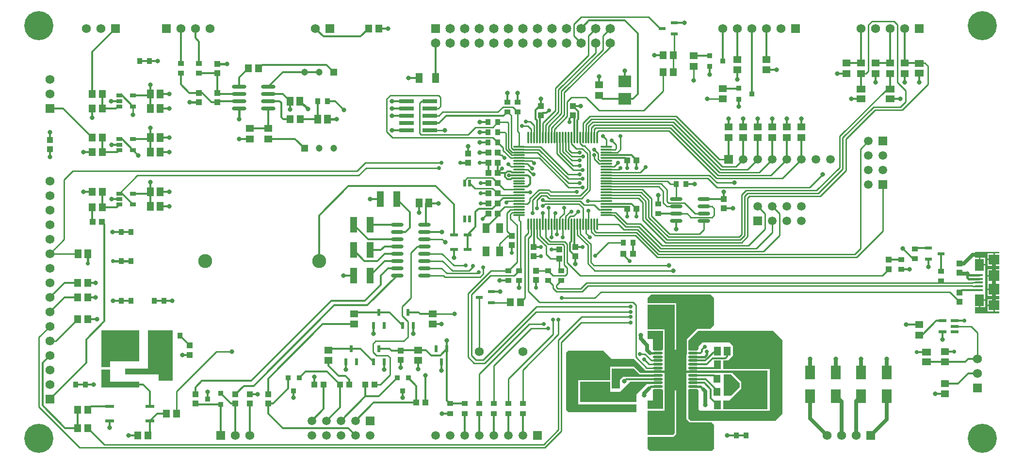
<source format=gtl>
G04 Layer_Physical_Order=1*
G04 Layer_Color=255*
%FSLAX25Y25*%
%MOIN*%
G70*
G01*
G75*
%ADD10R,0.03937X0.03543*%
%ADD11R,0.03937X0.03937*%
%ADD12R,0.05118X0.05906*%
%ADD13R,0.04724X0.05512*%
%ADD14R,0.05512X0.04724*%
%ADD15R,0.03543X0.03937*%
%ADD16O,0.09843X0.02756*%
%ADD17R,0.05906X0.02362*%
%ADD18R,0.05906X0.05118*%
%ADD19R,0.05118X0.07087*%
%ADD20R,0.03200X0.03200*%
%ADD21R,0.03200X0.03200*%
%ADD22R,0.03937X0.03937*%
%ADD23R,0.04331X0.02559*%
%ADD24R,0.04528X0.02362*%
%ADD25R,0.07480X0.07087*%
%ADD26R,0.05315X0.01575*%
%ADD27R,0.06299X0.08268*%
%ADD28R,0.07480X0.07480*%
%ADD29R,0.03937X0.04331*%
%ADD30R,0.05118X0.10630*%
%ADD31R,0.05118X0.02362*%
%ADD32R,0.08661X0.07874*%
%ADD33R,0.05709X0.02165*%
%ADD34R,0.02362X0.04724*%
%ADD35R,0.04724X0.07087*%
%ADD36O,0.08661X0.02362*%
%ADD37R,0.02362X0.04528*%
%ADD38R,0.04331X0.03937*%
%ADD39O,0.08268X0.01181*%
%ADD40O,0.01181X0.08268*%
%ADD41R,0.11811X0.17008*%
%ADD42O,0.07087X0.01772*%
%ADD43R,0.10630X0.05512*%
%ADD44R,0.06299X0.13780*%
%ADD45R,0.03740X0.03543*%
%ADD46R,0.03740X0.03543*%
%ADD47R,0.09449X0.03937*%
%ADD48R,0.09449X0.12992*%
%ADD49R,0.05709X0.02165*%
%ADD50R,0.05709X0.02165*%
%ADD51R,0.09843X0.02953*%
%ADD52R,0.07087X0.09449*%
%ADD53C,0.01500*%
%ADD54C,0.01200*%
%ADD55C,0.01000*%
%ADD56C,0.02500*%
%ADD57C,0.01700*%
%ADD58C,0.04724*%
%ADD59R,0.04724X0.04724*%
%ADD60C,0.06496*%
%ADD61R,0.06496X0.06496*%
%ADD62C,0.09646*%
%ADD63R,0.05906X0.05906*%
%ADD64C,0.05906*%
%ADD65C,0.20000*%
%ADD66C,0.02800*%
%ADD67R,0.05906X0.05906*%
%ADD68R,0.06200X0.06200*%
%ADD69C,0.06200*%
%ADD70R,0.06200X0.06200*%
%ADD71C,0.03201*%
%ADD72C,0.03200*%
G36*
X652500Y100109D02*
X649332D01*
Y95866D01*
Y91623D01*
X652500D01*
Y89283D01*
X649332D01*
Y84842D01*
X648832D01*
Y84342D01*
X644391D01*
Y80402D01*
X644391Y80402D01*
X644391Y79834D01*
X644391D01*
Y75894D01*
X648832D01*
Y75394D01*
X649332D01*
Y70954D01*
X652500D01*
Y68613D01*
X649332D01*
Y64370D01*
Y60127D01*
X652500D01*
Y58900D01*
X635800D01*
Y63080D01*
X638292D01*
Y67913D01*
X638792D01*
Y68413D01*
X642642D01*
Y72747D01*
X642600D01*
Y87489D01*
X642642D01*
Y91823D01*
X638792D01*
Y92323D01*
X638292D01*
Y97157D01*
X635800D01*
Y101300D01*
X652500D01*
Y100109D01*
D02*
G37*
G36*
X421300Y34100D02*
X414300D01*
Y41200D01*
X410600D01*
Y46800D01*
X421300D01*
Y34100D01*
D02*
G37*
G36*
X456500Y69500D02*
Y50900D01*
X453900Y48300D01*
X444700D01*
X437596Y41196D01*
X437500Y19600D01*
X493200D01*
Y-7000D01*
X462700D01*
Y-1000D01*
X467100D01*
X475200Y7100D01*
Y11800D01*
X469200Y17800D01*
X437500D01*
Y-14100D01*
X439600Y-16200D01*
X454600D01*
X456400Y-18000D01*
Y-34000D01*
X454700Y-35700D01*
X412100D01*
X410600Y-34200D01*
Y-26100D01*
X428400D01*
X430500Y-24000D01*
Y6000D01*
X429500D01*
Y-23400D01*
X428000Y-24900D01*
X410600D01*
Y-8000D01*
X422500D01*
Y17800D01*
X405900D01*
X401500Y22200D01*
X385000D01*
Y12900D01*
X363100D01*
Y-3700D01*
X403000D01*
Y-9000D01*
X356000D01*
X354600Y-7600D01*
Y31800D01*
X356000Y33200D01*
X380500D01*
X386200Y27500D01*
X401500D01*
X409400Y19600D01*
X422500D01*
Y47900D01*
X422400Y48000D01*
X410600D01*
Y64900D01*
X429500D01*
Y34000D01*
X430500D01*
Y65900D01*
X410600D01*
Y69500D01*
X413100Y72000D01*
X454000D01*
X456500Y69500D01*
D02*
G37*
G36*
X61400Y26000D02*
X41500D01*
Y21700D01*
X35500D01*
Y47100D01*
X61400D01*
Y26000D01*
D02*
G37*
G36*
X84500Y12400D02*
X74600D01*
Y17000D01*
X51800D01*
Y21000D01*
X67500D01*
Y47100D01*
X84500D01*
Y12400D01*
D02*
G37*
G36*
X41500Y12000D02*
X61400D01*
Y7900D01*
X35500D01*
Y20300D01*
X41500D01*
Y12000D01*
D02*
G37*
G36*
X405300Y17000D02*
X417800D01*
Y15300D01*
X393800D01*
X391800Y13300D01*
Y7100D01*
X386200D01*
Y20800D01*
X401500D01*
X405300Y17000D01*
D02*
G37*
G36*
X417800Y10200D02*
X410200D01*
X403000Y3000D01*
Y-2300D01*
X364300D01*
Y11700D01*
X385000D01*
Y4800D01*
X391800D01*
X398900Y11900D01*
X417800D01*
Y10200D01*
D02*
G37*
G36*
X474000Y10800D02*
Y8200D01*
X468000Y2200D01*
X463100D01*
Y16800D01*
X468000D01*
X474000Y10800D01*
D02*
G37*
G36*
X421300Y-6800D02*
X410600D01*
Y-1200D01*
X414300D01*
Y5900D01*
X421300D01*
Y-6800D01*
D02*
G37*
G36*
X503500Y40500D02*
Y-10000D01*
X498500Y-15000D01*
X440255D01*
X438700Y-13363D01*
Y5900D01*
X445700D01*
Y-7100D01*
X446800Y-8200D01*
X494700D01*
Y20500D01*
X462700D01*
Y26500D01*
X466200D01*
X469300Y29600D01*
Y36500D01*
X466800Y39000D01*
X448500D01*
X445700Y36200D01*
Y34100D01*
X438700D01*
Y40100D01*
X445400Y46800D01*
X497200D01*
X503500Y40500D01*
D02*
G37*
%LPC*%
G36*
X648331Y100109D02*
X644391D01*
Y96366D01*
X648331D01*
Y100109D01*
D02*
G37*
G36*
X642642Y97157D02*
X639292D01*
Y92823D01*
X642642D01*
Y97157D01*
D02*
G37*
G36*
X648331Y95366D02*
X644391D01*
Y91623D01*
X648331D01*
Y95366D01*
D02*
G37*
G36*
Y89283D02*
X644391D01*
Y85343D01*
X648331D01*
Y89283D01*
D02*
G37*
G36*
Y74894D02*
X644391D01*
Y70954D01*
X648331D01*
Y74894D01*
D02*
G37*
G36*
Y68613D02*
X644391D01*
Y64870D01*
X648331D01*
Y68613D01*
D02*
G37*
G36*
X642642Y67413D02*
X639292D01*
Y63080D01*
X642642D01*
Y67413D01*
D02*
G37*
G36*
X648331Y63870D02*
X644391D01*
Y60127D01*
X648331D01*
Y63870D01*
D02*
G37*
%LPD*%
G54D10*
X102500Y224153D02*
D03*
Y230847D02*
D03*
X90000Y224153D02*
D03*
Y230847D02*
D03*
X351500Y88346D02*
D03*
Y81653D02*
D03*
X342500Y88346D02*
D03*
Y81653D02*
D03*
X612500Y87846D02*
D03*
Y81154D02*
D03*
X594500Y103347D02*
D03*
Y96653D02*
D03*
X585000Y95846D02*
D03*
Y89153D02*
D03*
X285000Y-10000D02*
D03*
Y-3307D02*
D03*
X295000Y-10000D02*
D03*
Y-3307D02*
D03*
X305000Y-10000D02*
D03*
Y-3307D02*
D03*
X315000Y-10000D02*
D03*
Y-3307D02*
D03*
X325000Y-10000D02*
D03*
Y-3307D02*
D03*
X275000Y-10000D02*
D03*
Y-3307D02*
D03*
X314500Y197653D02*
D03*
Y204346D02*
D03*
X321500Y197653D02*
D03*
Y204346D02*
D03*
X418051Y134193D02*
D03*
Y127500D02*
D03*
X315000Y81653D02*
D03*
Y88346D02*
D03*
X322500Y81653D02*
D03*
Y88346D02*
D03*
G54D11*
X115000Y224350D02*
D03*
Y230650D02*
D03*
Y210650D02*
D03*
Y204350D02*
D03*
X102500Y210650D02*
D03*
Y204350D02*
D03*
X0Y178150D02*
D03*
Y171850D02*
D03*
X334000Y88150D02*
D03*
Y81850D02*
D03*
X350000Y96500D02*
D03*
Y102799D02*
D03*
X625000Y93150D02*
D03*
Y86850D02*
D03*
Y73150D02*
D03*
Y66850D02*
D03*
X137500Y-3150D02*
D03*
Y3150D02*
D03*
X127500Y-3150D02*
D03*
Y3150D02*
D03*
X100000Y-3150D02*
D03*
Y3150D02*
D03*
X150000Y3150D02*
D03*
Y-3150D02*
D03*
X361000Y104650D02*
D03*
Y98350D02*
D03*
X359500Y195350D02*
D03*
Y201650D02*
D03*
X337500Y195350D02*
D03*
Y201650D02*
D03*
X317500Y112150D02*
D03*
Y105850D02*
D03*
X332500Y104650D02*
D03*
Y98350D02*
D03*
X463051Y131201D02*
D03*
Y137500D02*
D03*
X241000Y26850D02*
D03*
Y33150D02*
D03*
X287500Y162500D02*
D03*
Y168799D02*
D03*
G54D12*
X165154Y205000D02*
D03*
X171846D02*
D03*
X184153Y192500D02*
D03*
X190847D02*
D03*
X26193Y100000D02*
D03*
X19500D02*
D03*
X69153Y170000D02*
D03*
X75846D02*
D03*
X75846Y180000D02*
D03*
X69153D02*
D03*
X69153Y200000D02*
D03*
X75846D02*
D03*
X75846Y210000D02*
D03*
X69153D02*
D03*
X69153Y132500D02*
D03*
X75846D02*
D03*
X75846Y142500D02*
D03*
X69153D02*
D03*
X253740Y135000D02*
D03*
X260433D02*
D03*
X497346Y-4000D02*
D03*
X490654D02*
D03*
X458653Y23500D02*
D03*
X465346D02*
D03*
X458653Y-4000D02*
D03*
X465346D02*
D03*
X465346Y33000D02*
D03*
X458653D02*
D03*
G54D13*
X143543Y227500D02*
D03*
X136457D02*
D03*
X172043Y192500D02*
D03*
X164957D02*
D03*
X26043Y-7500D02*
D03*
X18957D02*
D03*
X36043Y170000D02*
D03*
X28957D02*
D03*
X28957Y180000D02*
D03*
X36043D02*
D03*
X36043Y200000D02*
D03*
X28957D02*
D03*
X28957Y210000D02*
D03*
X36043D02*
D03*
X18957Y80000D02*
D03*
X26043D02*
D03*
X18957Y70000D02*
D03*
X26043D02*
D03*
X36043Y142500D02*
D03*
X28957D02*
D03*
X18957Y55000D02*
D03*
X26043D02*
D03*
X67500Y-25000D02*
D03*
X60413D02*
D03*
X28957Y132000D02*
D03*
X36043D02*
D03*
X87087Y-10000D02*
D03*
X80000D02*
D03*
X18957Y-20000D02*
D03*
X26043D02*
D03*
X428543Y236500D02*
D03*
X421457D02*
D03*
X421457Y225000D02*
D03*
X428543D02*
D03*
X458457Y5000D02*
D03*
X465543D02*
D03*
X465543Y14000D02*
D03*
X458457D02*
D03*
X323543Y66500D02*
D03*
X316457D02*
D03*
X226043Y255000D02*
D03*
X218957D02*
D03*
G54D14*
X137500Y178957D02*
D03*
Y186043D02*
D03*
X150000Y178957D02*
D03*
Y186043D02*
D03*
X597500Y51043D02*
D03*
Y43957D02*
D03*
X377500Y216043D02*
D03*
Y208957D02*
D03*
X209000Y51457D02*
D03*
Y58543D02*
D03*
X191500Y26457D02*
D03*
Y33543D02*
D03*
X263000Y58543D02*
D03*
Y51457D02*
D03*
X253000Y33543D02*
D03*
Y26457D02*
D03*
X389000Y17957D02*
D03*
Y25043D02*
D03*
X389000Y9500D02*
D03*
Y2413D02*
D03*
X615000Y25457D02*
D03*
Y32543D02*
D03*
X615000Y10543D02*
D03*
Y3457D02*
D03*
X442500Y228957D02*
D03*
Y236043D02*
D03*
X557500Y231043D02*
D03*
Y223957D02*
D03*
X462500Y206457D02*
D03*
Y213543D02*
D03*
X577500Y231043D02*
D03*
Y223957D02*
D03*
X466500Y180000D02*
D03*
Y187087D02*
D03*
X476500Y180000D02*
D03*
Y187087D02*
D03*
X486500Y180000D02*
D03*
Y187087D02*
D03*
X496500Y180000D02*
D03*
Y187087D02*
D03*
X506500Y180000D02*
D03*
Y187087D02*
D03*
X516500Y180000D02*
D03*
Y187087D02*
D03*
X472500Y226457D02*
D03*
Y233543D02*
D03*
X547500Y231043D02*
D03*
Y223957D02*
D03*
X567500Y231043D02*
D03*
Y223957D02*
D03*
X587500Y231043D02*
D03*
Y223957D02*
D03*
X492500Y226457D02*
D03*
Y233543D02*
D03*
G54D15*
X49154Y115000D02*
D03*
X55847D02*
D03*
X471654Y-25000D02*
D03*
X478346D02*
D03*
X78347Y67500D02*
D03*
X71653D02*
D03*
X17654Y10000D02*
D03*
X24347D02*
D03*
X68347Y232500D02*
D03*
X61654D02*
D03*
X55847Y67500D02*
D03*
X49154D02*
D03*
X49154Y95000D02*
D03*
X55847D02*
D03*
X184153Y205000D02*
D03*
X190847D02*
D03*
X430500Y148000D02*
D03*
X437193D02*
D03*
X307846Y176500D02*
D03*
X301153D02*
D03*
X307846Y190500D02*
D03*
X301153D02*
D03*
X307846Y183500D02*
D03*
X301153D02*
D03*
X394153Y107500D02*
D03*
X400846D02*
D03*
X82653Y43500D02*
D03*
X89346D02*
D03*
G54D16*
X150000Y200000D02*
D03*
Y205000D02*
D03*
Y210000D02*
D03*
Y215000D02*
D03*
X130000Y200000D02*
D03*
Y205000D02*
D03*
Y210000D02*
D03*
Y215000D02*
D03*
G54D17*
X41201Y-5000D02*
D03*
Y-15000D02*
D03*
X68761D02*
D03*
X68800Y-5000D02*
D03*
G54D18*
X602500Y25654D02*
D03*
Y32346D02*
D03*
X398500Y18154D02*
D03*
Y24846D02*
D03*
X400000Y347D02*
D03*
Y-6346D02*
D03*
X597500Y224153D02*
D03*
Y230847D02*
D03*
X557500Y206653D02*
D03*
Y213347D02*
D03*
X577500Y206653D02*
D03*
Y213347D02*
D03*
X38500Y17653D02*
D03*
Y24346D02*
D03*
G54D19*
X253583Y221000D02*
D03*
X265000D02*
D03*
X70209Y43500D02*
D03*
X58791D02*
D03*
G54D20*
X246250Y14500D02*
D03*
X238750D02*
D03*
X242500Y5500D02*
D03*
X171250Y14500D02*
D03*
X163750D02*
D03*
X167500Y5500D02*
D03*
G54D21*
X117500Y-3750D02*
D03*
Y3750D02*
D03*
X108500Y0D02*
D03*
G54D22*
X307650Y127500D02*
D03*
X301350D02*
D03*
X307650Y148500D02*
D03*
X301350D02*
D03*
X307650Y141500D02*
D03*
X301350D02*
D03*
X307650Y134500D02*
D03*
X301350D02*
D03*
X35650Y122000D02*
D03*
X29350D02*
D03*
X188150Y10000D02*
D03*
X181850D02*
D03*
X199350D02*
D03*
X205650D02*
D03*
X216850D02*
D03*
X223150D02*
D03*
X251850Y-2500D02*
D03*
X258150D02*
D03*
X307650Y162500D02*
D03*
X301350D02*
D03*
X307650Y155500D02*
D03*
X301350D02*
D03*
X307650Y169500D02*
D03*
X301350D02*
D03*
X396850Y164300D02*
D03*
X403150D02*
D03*
X396850Y130900D02*
D03*
X403150D02*
D03*
G54D23*
X57224Y178740D02*
D03*
Y171260D02*
D03*
X47776D02*
D03*
Y175000D02*
D03*
Y178740D02*
D03*
X57224Y208740D02*
D03*
Y201260D02*
D03*
X47776D02*
D03*
Y205000D02*
D03*
Y208740D02*
D03*
X57224Y141240D02*
D03*
Y133760D02*
D03*
X47776D02*
D03*
Y137500D02*
D03*
Y141240D02*
D03*
G54D24*
X612500Y100000D02*
D03*
X603642Y96260D02*
D03*
Y103740D02*
D03*
G54D25*
X648832Y95866D02*
D03*
Y64370D02*
D03*
G54D26*
X638300Y75000D02*
D03*
Y77559D02*
D03*
Y85236D02*
D03*
Y82677D02*
D03*
Y80118D02*
D03*
G54D27*
X638792Y67913D02*
D03*
Y92323D02*
D03*
G54D28*
X648832Y75394D02*
D03*
Y84842D02*
D03*
G54D29*
X576500Y89153D02*
D03*
Y95846D02*
D03*
X96000Y30154D02*
D03*
Y36846D02*
D03*
G54D30*
X220000Y85000D02*
D03*
X208583D02*
D03*
Y102500D02*
D03*
X220000D02*
D03*
X227083Y137500D02*
D03*
X238500D02*
D03*
X208583Y120000D02*
D03*
X220000D02*
D03*
G54D31*
X420866Y255000D02*
D03*
X429134Y258740D02*
D03*
Y251260D02*
D03*
X295000Y70000D02*
D03*
X303268Y73740D02*
D03*
Y66260D02*
D03*
G54D32*
X395000Y206594D02*
D03*
Y218406D02*
D03*
G54D33*
X287000Y113000D02*
D03*
X277748D02*
D03*
X287000Y103000D02*
D03*
X277748D02*
D03*
G54D34*
X285000Y148500D02*
D03*
Y123697D02*
D03*
X288543D02*
D03*
Y148500D02*
D03*
G54D35*
X309224Y117374D02*
D03*
Y101626D02*
D03*
X299776D02*
D03*
Y117374D02*
D03*
G54D36*
X449449Y122500D02*
D03*
Y127500D02*
D03*
Y132500D02*
D03*
Y137500D02*
D03*
X430551Y122500D02*
D03*
Y127500D02*
D03*
Y132500D02*
D03*
Y137500D02*
D03*
X257500Y85000D02*
D03*
Y90000D02*
D03*
Y95000D02*
D03*
Y100000D02*
D03*
Y105000D02*
D03*
Y110000D02*
D03*
Y115000D02*
D03*
Y120000D02*
D03*
X238602Y85000D02*
D03*
Y90000D02*
D03*
Y95000D02*
D03*
Y100000D02*
D03*
Y105000D02*
D03*
Y110000D02*
D03*
Y115000D02*
D03*
Y120000D02*
D03*
G54D37*
X226000Y59429D02*
D03*
X229740Y50571D02*
D03*
X222260D02*
D03*
X207000Y34429D02*
D03*
X210740Y25571D02*
D03*
X203260D02*
D03*
X246000Y59429D02*
D03*
X249740Y50571D02*
D03*
X242260D02*
D03*
X226000Y34429D02*
D03*
X229740Y25571D02*
D03*
X222260D02*
D03*
X269000Y25571D02*
D03*
X265260Y34429D02*
D03*
X272740D02*
D03*
G54D38*
X394153Y100000D02*
D03*
X400846D02*
D03*
G54D39*
X322579Y173622D02*
D03*
Y171653D02*
D03*
Y169685D02*
D03*
Y167717D02*
D03*
Y165748D02*
D03*
Y163779D02*
D03*
Y161811D02*
D03*
Y159843D02*
D03*
Y157874D02*
D03*
Y155905D02*
D03*
Y153937D02*
D03*
Y151969D02*
D03*
Y150000D02*
D03*
Y148031D02*
D03*
Y146063D02*
D03*
Y144095D02*
D03*
Y142126D02*
D03*
Y140157D02*
D03*
Y138189D02*
D03*
Y136221D02*
D03*
Y134252D02*
D03*
Y132283D02*
D03*
Y130315D02*
D03*
Y128347D02*
D03*
Y126378D02*
D03*
X382421D02*
D03*
Y128347D02*
D03*
Y130315D02*
D03*
Y132283D02*
D03*
Y134252D02*
D03*
Y136221D02*
D03*
Y138189D02*
D03*
Y140157D02*
D03*
Y142126D02*
D03*
Y144095D02*
D03*
Y146063D02*
D03*
Y148031D02*
D03*
Y150000D02*
D03*
Y151969D02*
D03*
Y153937D02*
D03*
Y155905D02*
D03*
Y157874D02*
D03*
Y159843D02*
D03*
Y161811D02*
D03*
Y163779D02*
D03*
Y165748D02*
D03*
Y167717D02*
D03*
Y169685D02*
D03*
Y171653D02*
D03*
Y173622D02*
D03*
G54D40*
X328878Y120079D02*
D03*
X330847D02*
D03*
X332815D02*
D03*
X334784D02*
D03*
X336752D02*
D03*
X338720D02*
D03*
X340689D02*
D03*
X342657D02*
D03*
X344626D02*
D03*
X346595D02*
D03*
X348563D02*
D03*
X350532D02*
D03*
X352500D02*
D03*
X354468D02*
D03*
X356437D02*
D03*
X358405D02*
D03*
X360374D02*
D03*
X362343D02*
D03*
X364311D02*
D03*
X366280D02*
D03*
X368248D02*
D03*
X370216D02*
D03*
X372185D02*
D03*
X374153D02*
D03*
X376122D02*
D03*
Y179921D02*
D03*
X374153D02*
D03*
X372185D02*
D03*
X370216D02*
D03*
X368248D02*
D03*
X366280D02*
D03*
X364311D02*
D03*
X362343D02*
D03*
X360374D02*
D03*
X358405D02*
D03*
X356437D02*
D03*
X354468D02*
D03*
X352500D02*
D03*
X350532D02*
D03*
X348563D02*
D03*
X346595D02*
D03*
X344626D02*
D03*
X342657D02*
D03*
X340689D02*
D03*
X338720D02*
D03*
X336752D02*
D03*
X334784D02*
D03*
X332815D02*
D03*
X330847D02*
D03*
X328878D02*
D03*
G54D41*
X430000Y20000D02*
D03*
G54D42*
X442205Y5925D02*
D03*
Y8484D02*
D03*
Y11043D02*
D03*
Y13602D02*
D03*
Y16161D02*
D03*
Y18721D02*
D03*
Y21280D02*
D03*
Y23839D02*
D03*
Y26398D02*
D03*
Y28957D02*
D03*
Y31516D02*
D03*
Y34075D02*
D03*
X417795Y5925D02*
D03*
Y8484D02*
D03*
Y11043D02*
D03*
Y13602D02*
D03*
Y16161D02*
D03*
Y18721D02*
D03*
Y21280D02*
D03*
Y23839D02*
D03*
Y26398D02*
D03*
Y28957D02*
D03*
Y31516D02*
D03*
Y34075D02*
D03*
G54D43*
X416000Y-4000D02*
D03*
Y-22110D02*
D03*
Y44000D02*
D03*
Y62110D02*
D03*
G54D44*
X490000Y12719D02*
D03*
Y34282D02*
D03*
X367500Y26281D02*
D03*
Y4719D02*
D03*
G54D45*
X453248Y236240D02*
D03*
Y228760D02*
D03*
X473248Y213740D02*
D03*
Y206260D02*
D03*
G54D46*
X462500Y232500D02*
D03*
X482500Y210000D02*
D03*
G54D47*
X56583Y28055D02*
D03*
Y19000D02*
D03*
Y9945D02*
D03*
G54D48*
X79417Y19000D02*
D03*
G54D49*
X621732Y46260D02*
D03*
G54D50*
X621732Y50000D02*
D03*
Y53740D02*
D03*
X613268D02*
D03*
Y46260D02*
D03*
G54D51*
X245000Y205000D02*
D03*
Y200000D02*
D03*
Y195000D02*
D03*
Y190000D02*
D03*
Y185000D02*
D03*
X261000D02*
D03*
Y190000D02*
D03*
Y195000D02*
D03*
Y200000D02*
D03*
Y205000D02*
D03*
G54D52*
X522500Y1929D02*
D03*
Y18071D02*
D03*
X575000Y1929D02*
D03*
Y18071D02*
D03*
X557500Y1929D02*
D03*
Y18071D02*
D03*
X540000Y1929D02*
D03*
Y18071D02*
D03*
G54D53*
X115000Y230650D02*
X121850D01*
X96150Y204350D02*
X102500D01*
X26193Y93307D02*
Y100000D01*
X0Y90000D02*
X154Y90153D01*
X282100Y162500D02*
X287500D01*
X631323Y82677D02*
X638300D01*
X630500Y83500D02*
X631323Y82677D01*
X630500Y83500D02*
Y86200D01*
X631464Y85236D02*
X638300D01*
X630500Y86200D02*
X631464Y85236D01*
X447116Y8484D02*
X449000Y6600D01*
X442205Y8484D02*
X447116D01*
X442205Y28957D02*
X450058D01*
X451500Y30399D01*
Y32500D01*
X412484Y31516D02*
X417795D01*
X49154Y95000D02*
X55847D01*
X43500D02*
X49154D01*
X130000Y192500D02*
Y200000D01*
X171846Y205000D02*
X177347Y199500D01*
X190847Y192500D02*
X197000D01*
G54D54*
X102500Y230847D02*
Y246000D01*
X100000Y248500D02*
X102500Y246000D01*
X100000Y248500D02*
Y255000D01*
X102500Y224153D02*
X102697Y224350D01*
X115000D01*
Y210650D02*
Y224350D01*
Y210650D02*
X115650Y210000D01*
X130000D01*
X115000Y204350D02*
X115650Y205000D01*
X130000D01*
X111150Y204350D02*
X115000D01*
X104850Y210650D02*
X111150Y204350D01*
X102500Y210650D02*
X104850D01*
X95850D02*
X102500D01*
X90000Y216500D02*
X95850Y210650D01*
X90000Y216500D02*
Y224153D01*
Y230847D02*
Y255000D01*
X8957Y200000D02*
X28957Y180000D01*
X0Y200000D02*
X8957D01*
X28957Y122394D02*
X29350Y122000D01*
X28957Y122394D02*
Y132000D01*
X26043Y55000D02*
X32500D01*
X24347Y10000D02*
X30000D01*
X17654D02*
X24347D01*
X28543Y-5000D02*
X41201D01*
X26043Y-7500D02*
X28543Y-5000D01*
X41201Y-19701D02*
Y-15000D01*
X54000Y-25000D02*
X60413D01*
X67500D02*
X68761Y-23740D01*
Y-15000D01*
X73760Y-10000D02*
X80000D01*
X68761Y-15000D02*
X73760Y-10000D01*
X28957Y238957D02*
X45000Y255000D01*
X28957Y210000D02*
Y238957D01*
X471654Y-25000D02*
X478346D01*
X465500D02*
X471654D01*
X68800Y-5000D02*
Y5201D01*
X64000Y10000D02*
X68800Y5201D01*
X18957Y-20000D02*
Y-7500D01*
X10500Y-20000D02*
X18957D01*
X-5000Y-4500D02*
X10500Y-20000D01*
X10000Y70000D02*
X18957D01*
X0Y60000D02*
X10000Y70000D01*
X10000Y80000D02*
X18957D01*
X0Y70000D02*
X10000Y80000D01*
X185000Y95000D02*
Y126300D01*
X227500Y78500D02*
Y85000D01*
X216500Y67500D02*
X227500Y78500D01*
X193500Y67500D02*
X216500D01*
X232500Y90000D02*
X238602D01*
X227500Y85000D02*
X232500Y90000D01*
X218102Y64500D02*
X238602Y85000D01*
X195500Y64500D02*
X218102D01*
X230000Y95000D02*
X238602D01*
X220000Y85000D02*
X230000Y95000D01*
X225000D02*
X230000Y100000D01*
X238602D01*
X230000Y105000D02*
X238602D01*
X227500Y102500D02*
X230000Y105000D01*
X220000Y102500D02*
X227500D01*
X218583Y110000D02*
X238602D01*
X216083Y95000D02*
X225000D01*
X208583Y102500D02*
X216083Y95000D01*
X208583Y120000D02*
X218583Y110000D01*
X244508Y115000D02*
X247500Y117992D01*
X238602Y115000D02*
X244508D01*
X220000Y120000D02*
X238602D01*
X247500Y117992D02*
Y128500D01*
X238500Y137500D02*
X247500Y128500D01*
X0Y183500D02*
Y184000D01*
Y178150D02*
Y183500D01*
Y166500D02*
Y171850D01*
Y166000D02*
Y166500D01*
X258500Y121000D02*
Y134606D01*
X257500Y120000D02*
X258500Y121000D01*
X588457Y51043D02*
X597500D01*
X203000Y16000D02*
X205650Y13350D01*
X198500Y16000D02*
X203000D01*
X191500Y23000D02*
X198500Y16000D01*
X191500Y23000D02*
Y26457D01*
X205650Y10000D02*
Y13350D01*
X190350Y19000D02*
X199350Y10000D01*
X175750Y19000D02*
X190350D01*
X171250Y14500D02*
X175750Y19000D01*
X140000Y9000D02*
X195500Y64500D01*
X133350Y9000D02*
X140000D01*
X127500Y3150D02*
X133350Y9000D01*
X138500Y12500D02*
X193500Y67500D01*
X187457Y51457D02*
X209000D01*
X150000Y14000D02*
X187457Y51457D01*
X150000Y3150D02*
Y14000D01*
X167500Y1000D02*
Y5500D01*
X163750Y7250D02*
Y14500D01*
X153350Y-3150D02*
X163750Y7250D01*
X150000Y-3150D02*
X153350D01*
X160000Y-20000D02*
X205000D01*
X150000Y-10000D02*
X160000Y-20000D01*
X150000Y-10000D02*
Y-3150D01*
X258150Y-2500D02*
Y16150D01*
X242500Y1000D02*
Y5500D01*
X246250Y14500D02*
X251850Y8900D01*
Y-2500D02*
Y8900D01*
X222500Y-2500D02*
X251850D01*
X210000Y-15000D02*
X222500Y-2500D01*
X226100Y1850D02*
X238750Y14500D01*
X216850Y1850D02*
X226100D01*
X108500Y0D02*
Y5000D01*
X124400Y-3150D02*
X127500D01*
X117500Y3750D02*
X124400Y-3150D01*
X100000D02*
X100600Y-3750D01*
X117500D01*
Y-25000D02*
Y-3750D01*
X-5000Y-4500D02*
Y25000D01*
X0Y30000D01*
X246500Y221000D02*
X253583D01*
X265000D02*
Y245000D01*
X235000Y205000D02*
X245000D01*
X235000Y200000D02*
X245000D01*
X437193Y148000D02*
X443000D01*
X595847Y32346D02*
X602500D01*
X615000Y32543D02*
X621457D01*
X602697Y25457D02*
X615000D01*
X403150Y125550D02*
Y130900D01*
X396850Y125550D02*
Y130900D01*
X399798Y134252D02*
X403150Y130900D01*
X382421Y134252D02*
X399798D01*
X395467Y132283D02*
X396850Y130900D01*
X382421Y132283D02*
X395467D01*
X399733Y167717D02*
X403150Y164300D01*
X382421Y167717D02*
X399733D01*
X403150Y158950D02*
Y164300D01*
X396850Y158950D02*
Y164300D01*
X395402Y165748D02*
X396850Y164300D01*
X382421Y165748D02*
X395402D01*
X336650Y201650D02*
X337500D01*
X333900Y198900D02*
X336650Y201650D01*
X333900Y192600D02*
Y198900D01*
X341200Y196700D02*
X343000Y198500D01*
X338850Y196700D02*
X341200D01*
X337500Y195350D02*
X338850Y196700D01*
X363100Y192500D02*
Y197952D01*
X362343Y191743D02*
X363100Y192500D01*
X362343Y179921D02*
Y191743D01*
X359500Y201552D02*
X363100Y197952D01*
X334784Y179921D02*
Y191717D01*
X333900Y192600D02*
X334784Y191717D01*
X297500Y124000D02*
X301000Y127500D01*
X301350D01*
X292400Y128700D02*
X294700Y131000D01*
X292400Y118400D02*
Y128700D01*
X287000Y113000D02*
X292400Y118400D01*
X294700Y131000D02*
X304150D01*
X429134Y258740D02*
X436240D01*
X415500Y236500D02*
X421457D01*
X395000Y218406D02*
Y226000D01*
X377500Y216043D02*
Y222000D01*
X395000Y260500D02*
X404000Y251500D01*
X370500Y260500D02*
X395000D01*
X365000Y255000D02*
X370500Y260500D01*
X404000Y210000D02*
Y251500D01*
X400595Y206594D02*
X404000Y210000D01*
X395000Y206594D02*
X400595D01*
X379862D02*
X395000D01*
X377500Y208957D02*
X379862Y206594D01*
X277748Y113000D02*
Y133752D01*
X265000Y146500D02*
X277748Y133752D01*
X205200Y146500D02*
X265000D01*
X185000Y126300D02*
X205200Y146500D01*
X361000Y93000D02*
Y98350D01*
X268311Y30000D02*
X272740Y34429D01*
X262000Y30000D02*
X268311D01*
X272740Y-1047D02*
Y34429D01*
X442205Y26398D02*
X450398D01*
X457000Y33000D01*
X442205Y23839D02*
X451339D01*
X455500Y28000D02*
X464000D01*
X451339Y23839D02*
X455500Y28000D01*
X360374Y179921D02*
Y194476D01*
X359500Y195350D02*
X360374Y194476D01*
X209886Y59429D02*
X226000D01*
X272500Y195000D02*
X311846D01*
X267500Y190000D02*
X272500Y195000D01*
X261000Y190000D02*
X267500D01*
X336752Y194602D02*
X337500Y195350D01*
X400846Y100000D02*
Y107500D01*
X418051Y127500D02*
X430551D01*
X466500Y165000D02*
Y180000D01*
X359500Y201650D02*
X364850D01*
X357000Y190500D02*
Y192850D01*
X359500Y195350D01*
X337500Y201650D02*
Y206500D01*
X360374Y105276D02*
Y120079D01*
X344701Y102799D02*
X350000D01*
X418051Y134193D02*
Y140051D01*
X430551Y116949D02*
Y122500D01*
X463051Y131201D02*
X469299D01*
X463051Y137500D02*
Y142551D01*
X449449Y137500D02*
X463051D01*
X453248Y223252D02*
Y228760D01*
X472500Y220000D02*
Y226457D01*
X482500Y210000D02*
Y255000D01*
X492500Y226457D02*
X499543D01*
X473248Y201252D02*
Y206260D01*
X473051Y213543D02*
X473248Y213740D01*
X462500Y213543D02*
X473051D01*
X453051Y236043D02*
X453248Y236240D01*
X442500Y236043D02*
X453051D01*
X462500Y232500D02*
Y255000D01*
X472500Y233543D02*
Y255000D01*
X492500Y233543D02*
Y255000D01*
X550654Y206653D02*
X557500D01*
X557500Y213347D02*
Y223957D01*
X577500Y206653D02*
X584346D01*
X597500Y218000D02*
Y224153D01*
X587500Y218000D02*
Y223957D01*
X567500Y218000D02*
Y223957D01*
X540957D02*
X547500D01*
X597303Y231043D02*
X597500Y230847D01*
X587500Y231043D02*
X597303D01*
X587500Y231043D02*
X587500Y231043D01*
X587500Y231043D02*
Y255000D01*
X577500Y231043D02*
Y255000D01*
X567500Y231043D02*
X577500D01*
X516500Y187087D02*
Y193000D01*
X506500Y187087D02*
Y193000D01*
X496500Y187087D02*
Y193000D01*
X486500Y187087D02*
Y193000D01*
X476500Y187087D02*
Y193000D01*
X466500Y187087D02*
Y193000D01*
X516500Y165000D02*
Y180000D01*
X506500Y165000D02*
Y180000D01*
X496500Y165000D02*
Y180000D01*
X486500Y165000D02*
Y180000D01*
X476500Y165000D02*
Y180000D01*
X608457Y3457D02*
X615000D01*
X631000Y17500D02*
X637500D01*
X624043Y10543D02*
X631000Y17500D01*
X615000Y10543D02*
X624043D01*
X631000Y27500D02*
X637500D01*
X628957Y25457D02*
X631000Y27500D01*
X615000Y25457D02*
X628957D01*
X585000Y89153D02*
X590846D01*
X576500Y95846D02*
X585000D01*
X625000Y73150D02*
X626850Y75000D01*
X638300D01*
X594500Y103347D02*
X594894Y103740D01*
X603642D01*
Y90858D02*
Y96260D01*
X612500Y87846D02*
Y100000D01*
X322500Y76500D02*
Y81653D01*
X309154D02*
X315000D01*
X303268Y73740D02*
X309260D01*
X317500Y100500D02*
Y105850D01*
X296000Y148500D02*
X301350D01*
X296000Y141500D02*
X301350D01*
X296000Y134500D02*
X301350D01*
X334000Y76500D02*
Y81850D01*
X311846Y195000D02*
X314500Y197653D01*
X287500Y168799D02*
Y174000D01*
X295500Y169500D02*
X301350D01*
X295500Y176500D02*
X301153D01*
X295500Y183500D02*
X301153D01*
X295500Y190500D02*
X301153D01*
X321500Y204346D02*
Y210500D01*
X314500Y204346D02*
Y210500D01*
X277748Y97252D02*
Y103000D01*
X257500Y115000D02*
X269500D01*
X253740Y128240D02*
Y135000D01*
X220087Y137500D02*
X227083D01*
X201791Y85000D02*
X208583D01*
X209000Y58543D02*
X209886Y59429D01*
X226043Y255000D02*
X232500D01*
X213457Y249500D02*
X218957Y255000D01*
X188000Y249500D02*
X213457D01*
X182500Y255000D02*
X188000Y249500D01*
X235000Y185000D02*
X245000D01*
X235000Y195000D02*
X245000D01*
X49744Y141240D02*
X57224Y133760D01*
X47776Y141240D02*
X49744D01*
X23000Y142500D02*
X28957D01*
X23000Y170000D02*
X28957D01*
X46016Y132000D02*
X47776Y133760D01*
X42500Y175000D02*
X47776D01*
X69153Y142500D02*
Y149153D01*
X57224Y141240D02*
X67894D01*
X69153Y142500D01*
Y132500D02*
Y142500D01*
X69153Y180000D02*
Y186653D01*
X75846Y132500D02*
X82000D01*
X75846Y142500D02*
X82000D01*
X75846Y170000D02*
X82000D01*
X75846Y180000D02*
X82000D01*
X75846Y200000D02*
X82000D01*
X304150Y131000D02*
X307650Y134500D01*
X287000Y103000D02*
Y113000D01*
X322579Y146063D02*
X328063D01*
X330000Y148000D01*
X315563Y153937D02*
X322579D01*
X332350Y104650D02*
X332500D01*
X357500Y101850D02*
X361000Y98350D01*
X338720Y120079D02*
Y127720D01*
X361000Y104650D02*
X366150D01*
X332815Y104965D02*
Y120079D01*
X359500Y201552D02*
Y201650D01*
X89346Y43500D02*
X96000Y36847D01*
X91154Y30154D02*
X96000D01*
X26043Y80000D02*
X31500D01*
X127500Y-25000D02*
Y-3150D01*
X137500Y-25000D02*
Y-3150D01*
X191500Y33543D02*
X192386Y34429D01*
X207000D01*
X213402D01*
X222260Y25571D01*
X203260Y20240D02*
Y25571D01*
X137500Y3150D02*
X142650D01*
X229740Y20260D02*
Y25571D01*
X241000Y21500D02*
Y26850D01*
X253000Y20500D02*
Y26457D01*
X269000Y19500D02*
Y25571D01*
X275000Y-3307D02*
X285000D01*
X272740Y-1047D02*
X275000Y-3307D01*
X241000Y33150D02*
X241394Y33543D01*
X253000D01*
X226000Y34429D02*
X233571D01*
X234850Y33150D01*
X241000D01*
X36043Y200000D02*
Y210000D01*
X36043Y200000D02*
X45500D01*
X46760Y201260D01*
X47776D01*
X42000Y205000D02*
X47776D01*
X28957Y193457D02*
Y200000D01*
X47776Y208740D02*
X49744D01*
X57224Y201260D01*
X69153Y210000D02*
Y216154D01*
X75846Y210000D02*
X82000D01*
X233402Y59429D02*
X242260Y50571D01*
X226000Y59429D02*
X233402D01*
X180000Y-15000D02*
X188150Y-6850D01*
Y10000D01*
X190000Y-15000D02*
X199350Y-5650D01*
Y10000D01*
X200000Y-15000D02*
X216850Y1850D01*
Y10000D01*
X205000Y-20000D02*
X210000Y-25000D01*
X181850Y10000D02*
Y15350D01*
X315000Y-25000D02*
Y-10000D01*
X305000Y-25000D02*
Y-10000D01*
X295000Y-25000D02*
Y-10000D01*
X285000Y-25000D02*
Y-10000D01*
X325000Y-25000D02*
Y-10000D01*
X269500D02*
X275000D01*
X263000Y51457D02*
X269043D01*
X222260Y44760D02*
Y50571D01*
X249740Y44740D02*
Y50571D01*
X396102Y13602D02*
X417795D01*
X394800Y12300D02*
X396102Y13602D01*
X456433Y21280D02*
X458653Y23500D01*
X465346Y29346D02*
Y32343D01*
X464000Y28000D02*
X465346Y29346D01*
X457000Y33000D02*
X458116D01*
X442205Y31516D02*
X447016D01*
X448000Y32500D01*
Y34000D01*
X456295Y16161D02*
X458457Y14000D01*
X442205Y16161D02*
X456295D01*
X454085Y569D02*
X458653Y-4000D01*
X454085Y569D02*
Y6685D01*
X449726Y11043D02*
X454085Y6685D01*
X442205Y11043D02*
X449726D01*
X442205Y13602D02*
X450698D01*
X458457Y5843D01*
Y5000D02*
Y5843D01*
X442205Y21280D02*
X456433D01*
X448000Y34000D02*
X450000Y36000D01*
X312863Y152819D02*
Y155055D01*
X316681Y156637D02*
X317413Y155905D01*
X322579D01*
X47776Y178740D02*
X49744D01*
X57224Y171260D01*
X69153Y170000D02*
Y180000D01*
X67894Y178740D02*
X69153Y180000D01*
X57224Y178740D02*
X67894D01*
X36043Y170000D02*
Y180000D01*
X46516Y170000D02*
X47776Y171260D01*
X36043Y170000D02*
X46516D01*
X57224Y208740D02*
X67894D01*
X69153Y210000D01*
Y200000D02*
Y210000D01*
X312863Y152819D02*
X314445Y151237D01*
X307650Y155500D02*
X313308D01*
X314445Y151237D02*
X316681D01*
X317413Y151969D01*
X322579D01*
X313308Y155500D02*
X314445Y156637D01*
X316681D01*
X307650Y155500D02*
Y162500D01*
X301350Y155500D02*
Y162500D01*
X295500D02*
X301350D01*
X310600Y158400D02*
Y158450D01*
X307650Y134500D02*
X311339Y138189D01*
X322579D01*
X332500Y104650D02*
X337350D01*
X272740Y34429D02*
Y40140D01*
X394153Y99347D02*
Y100000D01*
X336752Y179921D02*
Y194602D01*
X338720Y127720D02*
X338741Y127700D01*
X330000Y148000D02*
Y152500D01*
X328563Y153937D02*
X330000Y152500D01*
X322579Y153937D02*
X328563D01*
X547500Y231043D02*
X557500D01*
Y255000D01*
X577500Y213347D02*
Y223957D01*
X394153Y99347D02*
X398500Y95000D01*
X253000Y33543D02*
X258457D01*
X262000Y30000D01*
X246000Y59429D02*
X253571D01*
X254457Y58543D01*
X263000D01*
X322579Y142126D02*
X330074D01*
X357500Y101850D02*
Y107600D01*
X358405Y108505D01*
Y120079D01*
X599457Y43957D02*
X609240Y53740D01*
X613268D01*
X597500Y43957D02*
X599457D01*
X613268Y40768D02*
Y46260D01*
X621732Y53740D02*
X628260D01*
X26043Y70000D02*
X31500D01*
X42500Y137500D02*
X47776D01*
X36043Y132000D02*
Y142500D01*
Y132000D02*
X46016D01*
X0Y0D02*
X25000Y25000D01*
Y41000D01*
X37500Y53500D01*
Y120150D01*
X35650Y122000D02*
X37500Y120150D01*
X100000Y3150D02*
Y8000D01*
X104500Y12500D01*
X138500D01*
X71653Y67500D02*
X78347D01*
X84000D01*
X49154D02*
X55847D01*
X43500D02*
X49154D01*
X258500Y134606D02*
X267106D01*
X41000Y10000D02*
X64000D01*
X61654Y232500D02*
X68347D01*
X74000D01*
X49000Y114847D02*
X49154Y115000D01*
X55847D01*
X43000D02*
X49154D01*
X130000Y215000D02*
Y221043D01*
X136457Y227500D01*
X307650Y155500D02*
X310600Y158450D01*
X160000Y225000D02*
X175000D01*
X150000Y215000D02*
X160000Y225000D01*
X143543Y227500D02*
X146043Y230000D01*
X190000D01*
X195000Y225000D01*
X175000D02*
X185000D01*
X130043Y178957D02*
X137500D01*
Y186043D02*
X150000D01*
X150000Y186043D01*
Y200000D01*
X150000Y178957D02*
X168543D01*
X175000Y172500D01*
X165154Y199153D02*
Y205000D01*
X160153Y210000D02*
X165154Y205000D01*
X150000Y210000D02*
X160153D01*
X159000Y194000D02*
X160500Y192500D01*
X164957D01*
X150000Y205000D02*
X157750D01*
X159000Y203750D01*
Y194000D02*
Y203750D01*
X172043Y192500D02*
X184153D01*
X184153Y192500D01*
Y205000D01*
X196000D02*
X202000Y199000D01*
X190847Y205000D02*
X196000D01*
G54D55*
X60235Y153700D02*
X212000D01*
X47776Y141240D02*
X60235Y153700D01*
X9900Y151000D02*
X15600Y156700D01*
X211000D01*
X0Y40000D02*
X3957D01*
X37543Y-31500D02*
X339300D01*
X20500Y-33500D02*
X340100D01*
X26043Y-20000D02*
X37543Y-31500D01*
X339300D02*
X349500Y-21300D01*
X-7500Y-5500D02*
X20500Y-33500D01*
X340100D02*
X351500Y-22100D01*
X0Y100000D02*
X19500D01*
X269500Y110000D02*
X271800Y107700D01*
X257500Y110000D02*
X269500D01*
X248051Y69551D02*
Y100531D01*
X242100Y63600D02*
X248051Y69551D01*
X242100Y57100D02*
Y63600D01*
X252520Y105000D02*
X257500D01*
X248051Y100531D02*
X252520Y105000D01*
X242100Y57100D02*
X246000Y53200D01*
Y42600D02*
Y53200D01*
X-7500Y-5500D02*
Y42500D01*
X0Y50000D01*
X231500Y206500D02*
X234000Y209000D01*
X231500Y184000D02*
Y206500D01*
Y184000D02*
X235500Y180000D01*
X304346D01*
X234000Y209000D02*
X267000D01*
X268500Y207500D01*
Y201500D02*
Y207500D01*
X426500Y148000D02*
X430500D01*
X424500Y150000D02*
X426500Y148000D01*
X458500Y145500D02*
X522100D01*
X452032Y151969D02*
X458500Y145500D01*
X382421Y151969D02*
X452032D01*
X458300Y148700D02*
X470500D01*
X453063Y153937D02*
X458300Y148700D01*
X382421Y153937D02*
X453063D01*
X602500Y25654D02*
X602697Y25457D01*
X350000Y89846D02*
X351500Y88346D01*
X304150Y145000D02*
X307650Y141500D01*
X292043Y145000D02*
X304150D01*
X288543Y148500D02*
X292043Y145000D01*
X618250Y73600D02*
X625000Y66850D01*
X378600Y73600D02*
X618250D01*
X374500Y69500D02*
X378600Y73600D01*
X377285Y130315D02*
X382421D01*
X405600Y120500D02*
X420600Y105500D01*
X396500Y120500D02*
X405600D01*
X388653Y128347D02*
X396500Y120500D01*
X404800Y118400D02*
X419700Y103500D01*
X395700Y118400D02*
X404800D01*
X387722Y126378D02*
X395700Y118400D01*
X394500Y116400D02*
X403900D01*
X390821Y120079D02*
X394500Y116400D01*
X403900D02*
X418800Y101500D01*
X375500Y114400D02*
X403100D01*
X374153Y115746D02*
X375500Y114400D01*
X403100D02*
X418000Y99500D01*
X382421Y155905D02*
X405905D01*
X409500Y159500D01*
X382421Y150000D02*
X424500D01*
X382421Y148031D02*
X419969D01*
X382421Y146063D02*
X418437D01*
X407105Y144095D02*
X413500Y137700D01*
X382421Y144095D02*
X407105D01*
X406274Y142126D02*
X411500Y136900D01*
X382421Y142126D02*
X406274D01*
X405342Y140157D02*
X409500Y136000D01*
X382421Y140157D02*
X405342D01*
X404411Y138189D02*
X407500Y135100D01*
X382421Y138189D02*
X404411D01*
X389200Y172600D02*
Y174800D01*
X388253Y171653D02*
X389200Y172600D01*
X382421Y171653D02*
X388253D01*
X374000Y171500D02*
X376700Y168800D01*
Y165000D02*
Y168800D01*
X371100Y143800D02*
Y170300D01*
X365700Y172300D02*
X369300Y168700D01*
Y144700D02*
Y168700D01*
X374000Y165100D02*
Y167700D01*
X419400Y255000D02*
X420866D01*
X411400Y263000D02*
X419400Y255000D01*
X365000Y263000D02*
X411400D01*
X360000Y258000D02*
X365000Y263000D01*
X428543Y225000D02*
X428543Y225000D01*
X428543Y225000D02*
Y236500D01*
X429134Y237090D01*
Y251260D01*
X360000Y250000D02*
X365000Y245000D01*
X360000Y250000D02*
Y258000D01*
X421457Y211957D02*
Y225000D01*
X408000Y198500D02*
X421457Y211957D01*
X377500Y198500D02*
X408000D01*
X368500Y207500D02*
X377500Y198500D01*
X358500Y207500D02*
X368500D01*
X385000Y242300D02*
Y245000D01*
X353500Y210800D02*
X385000Y242300D01*
X353500Y195500D02*
Y210800D01*
X380000Y240200D02*
Y250000D01*
X351500Y211700D02*
X380000Y240200D01*
X351500Y196500D02*
Y211700D01*
X375000Y238300D02*
Y245000D01*
X349500Y212800D02*
X375000Y238300D01*
X349500Y197500D02*
Y212800D01*
X380000Y250000D02*
X385000Y255000D01*
X370000Y236400D02*
Y250000D01*
X347500Y213900D02*
X370000Y236400D01*
Y250000D02*
X375000Y255000D01*
X347500Y198678D02*
Y213900D01*
X316957Y159843D02*
X322579D01*
X315200Y161600D02*
X316957Y159843D01*
X216700Y162400D02*
X269100D01*
X217300Y159000D02*
X267300D01*
X314620Y136221D02*
X322579D01*
X313700Y135300D02*
X314620Y136221D01*
X212000Y153700D02*
X217300Y159000D01*
X211000Y156700D02*
X216700Y162400D01*
X372185Y114915D02*
Y120079D01*
Y114915D02*
X374600Y112500D01*
X370216Y120079D02*
Y129417D01*
X363377Y134300D02*
X366280Y131397D01*
Y120079D02*
Y131397D01*
X367000Y133400D02*
X374200D01*
X364300Y136100D02*
X367000Y133400D01*
X368248Y114152D02*
X371100Y111300D01*
X368248Y114152D02*
Y120079D01*
X364311Y113676D02*
X371600Y106387D01*
X364311Y113676D02*
Y120079D01*
X362343Y112958D02*
X369600Y105700D01*
X362343Y112958D02*
Y120079D01*
X374200Y133400D02*
X377285Y130315D01*
X442500Y228957D02*
X442500Y228957D01*
Y219300D02*
Y228957D01*
X462457Y206500D02*
X462500Y206457D01*
X451800Y206500D02*
X462457D01*
X373900Y91900D02*
X425400D01*
X371600Y94200D02*
X373900Y91900D01*
X369600Y93100D02*
Y105700D01*
Y93100D02*
X374500Y88200D01*
X428300D01*
X554400Y97500D02*
X572500Y115600D01*
X417300Y97500D02*
X554400D01*
X402300Y112500D02*
X417300Y97500D01*
X553000Y99500D02*
X557000Y103500D01*
X490500Y101500D02*
X501500Y112500D01*
X485500Y103500D02*
X496500Y114500D01*
X480000Y105500D02*
X491500Y117000D01*
X572147Y84800D02*
X576500Y89153D01*
X364500Y84800D02*
X572147D01*
X355400Y93900D02*
X364500Y84800D01*
X355400Y93900D02*
Y106600D01*
X374600Y112500D02*
X402300D01*
X374153Y115746D02*
Y120079D01*
X376122D02*
X390821D01*
X374900Y98500D02*
X383900Y107500D01*
X394153D01*
X369820Y136221D02*
X382421D01*
X263000Y58543D02*
X263057Y58600D01*
X278000D01*
X277700Y91800D02*
X285600D01*
X257500Y85000D02*
X270400D01*
X365300Y138000D02*
X371100Y143800D01*
X346595Y126594D02*
X347800Y127800D01*
X346595Y120079D02*
Y126594D01*
X357700Y129000D02*
X358500D01*
X354468Y125768D02*
X357700Y129000D01*
X354468Y120079D02*
Y125768D01*
X257500Y90000D02*
X269100D01*
X312055Y144095D02*
X322579D01*
X307650Y148500D02*
X312055Y144095D01*
X322579Y157874D02*
X328349D01*
X331623Y154600D01*
X307802Y197500D02*
X311302Y201000D01*
X269800Y197500D02*
X307802D01*
X318154Y201000D02*
X321500Y197653D01*
X311302Y201000D02*
X318154D01*
X328600Y110400D02*
X330847Y112646D01*
X322579Y122921D02*
X323300Y122200D01*
X316500Y124000D02*
X321000Y119500D01*
Y94346D02*
Y119500D01*
X315000Y88346D02*
X321000Y94346D01*
X330847Y112646D02*
Y120079D01*
X328878Y114178D02*
Y120079D01*
X353800Y108200D02*
X355400Y106600D01*
X355500Y194500D02*
Y204500D01*
X346595Y185594D02*
X355500Y194500D01*
X344626Y186626D02*
X353500Y195500D01*
X346595Y179921D02*
Y185594D01*
X355500Y204500D02*
X358500Y207500D01*
X344626Y179921D02*
Y186626D01*
X317647Y128347D02*
X322579D01*
X316500Y127200D02*
X317647Y128347D01*
X316500Y124000D02*
Y127200D01*
X316315Y130315D02*
X322579D01*
X314000Y128000D02*
X316315Y130315D01*
X267300Y195000D02*
X269800Y197500D01*
X261000Y195000D02*
X267300D01*
X387842Y159843D02*
X390500Y162500D01*
X382421Y159843D02*
X387842D01*
X390974Y157874D02*
X392000Y158900D01*
X382421Y157874D02*
X390974D01*
X425500Y184500D02*
X458000Y152000D01*
X426500Y186500D02*
X459000Y154000D01*
X375000Y186500D02*
X426500D01*
X427500Y188500D02*
X460000Y156000D01*
X374000Y188500D02*
X427500D01*
X428500Y190500D02*
X461000Y158000D01*
X429500Y192500D02*
X462000Y160000D01*
X430500Y194500D02*
X460000Y165000D01*
X377000Y184500D02*
X425500D01*
X373000Y190500D02*
X428500D01*
X372000Y192500D02*
X429500D01*
X371000Y194500D02*
X430500D01*
X370216Y187716D02*
X373000Y190500D01*
X376122Y183622D02*
X377000Y184500D01*
X374153Y185653D02*
X375000Y186500D01*
X372185Y186685D02*
X374000Y188500D01*
X392000Y171700D02*
Y181000D01*
X389985Y169685D02*
X392000Y171700D01*
X382421Y169685D02*
X389985D01*
X386000Y178000D02*
X389200Y174800D01*
X376122Y179921D02*
Y183622D01*
X374153Y179921D02*
Y185653D01*
X372185Y179921D02*
Y186685D01*
X370216Y179921D02*
Y187716D01*
X380000Y181000D02*
X382421Y178579D01*
Y173622D02*
Y178579D01*
X419969Y148031D02*
X424000Y144000D01*
X418437Y146063D02*
X421500Y143000D01*
X338720Y189898D02*
X347500Y198678D01*
X352500Y111200D02*
Y120079D01*
X348563Y113337D02*
Y120079D01*
X344626Y111174D02*
Y120079D01*
X342500Y106500D02*
X352500D01*
X449449Y116449D02*
Y122500D01*
X446500Y113500D02*
X449449Y116449D01*
X501500Y112500D02*
Y127500D01*
X353500Y92055D02*
Y105500D01*
X352500Y106500D02*
X353500Y105500D01*
X368827Y79939D02*
X633920D01*
X369739Y77739D02*
X633920D01*
X503500Y152000D02*
X516500Y165000D01*
X495500Y154000D02*
X506500Y165000D01*
X459000Y154000D02*
X495500D01*
X487500Y156000D02*
X496500Y165000D01*
X460000Y156000D02*
X487500D01*
X479500Y158000D02*
X486500Y165000D01*
X461000Y158000D02*
X479500D01*
X471500Y160000D02*
X476500Y165000D01*
X462000Y160000D02*
X471500D01*
X496500Y132500D02*
X501500Y127500D01*
X496500Y114500D02*
Y122500D01*
X440500Y125000D02*
X455000D01*
X424000Y132500D02*
X430551D01*
X421500Y135000D02*
X424000Y132500D01*
X456500Y126500D02*
Y131000D01*
X455000Y125000D02*
X456500Y126500D01*
X455000Y132500D02*
X456500Y131000D01*
X449449Y132500D02*
X455000D01*
X438000Y127500D02*
X440500Y125000D01*
X430551Y127500D02*
X438000D01*
X443500D02*
X449449D01*
X436000Y135000D02*
X443500Y127500D01*
X425000Y135000D02*
X436000D01*
X424000Y136000D02*
X425000Y135000D01*
X421500D02*
Y143000D01*
X424000Y136000D02*
Y144000D01*
X430551Y137500D02*
Y148000D01*
X460000Y165000D02*
X466500D01*
X366280Y189779D02*
X371000Y194500D01*
X366280Y179921D02*
Y189779D01*
X368248Y188748D02*
X372000Y192500D01*
X368248Y179921D02*
Y188748D01*
X287500Y182000D02*
X292500Y187000D01*
X341000Y99500D02*
X344000Y96500D01*
X364889Y76000D02*
X368827Y79939D01*
X365800Y73800D02*
X369739Y77739D01*
X349100Y76000D02*
X364889D01*
X348189Y73800D02*
X365800D01*
X348100Y77000D02*
X349100Y76000D01*
X345900Y76089D02*
X348189Y73800D01*
X348100Y77000D02*
Y78254D01*
X345900Y76089D02*
Y78254D01*
X348100D02*
X351500Y81653D01*
X342500D02*
X345900Y78254D01*
X322579Y122921D02*
Y126378D01*
X314000Y115650D02*
Y128000D01*
X344000Y96500D02*
X350000D01*
X295000Y32500D02*
Y70000D01*
X303268Y66260D02*
X316216D01*
X316457Y66500D01*
X304346Y180000D02*
X307846Y176500D01*
X304346Y187000D02*
X307846Y190500D01*
X255500Y205000D02*
X261000D01*
X254000Y203500D02*
X255500Y205000D01*
X254000Y183000D02*
Y203500D01*
X255000Y182000D02*
X287500D01*
X254000Y183000D02*
X255000Y182000D01*
X267000Y200000D02*
X268500Y201500D01*
X264095Y200000D02*
X267000D01*
X314000Y115650D02*
X317500Y112150D01*
X314650D02*
X317500D01*
X309224Y106724D02*
X314650Y112150D01*
X309224Y101626D02*
Y106724D01*
X307650Y126150D02*
Y127500D01*
X299776Y118276D02*
X307650Y126150D01*
X299776Y117374D02*
Y118276D01*
X307650Y127500D02*
X312433Y132283D01*
X285000Y150197D02*
X286865Y152062D01*
X285000Y148500D02*
Y150197D01*
X309150Y168000D02*
X310500D01*
X307650Y169500D02*
X309150Y168000D01*
X334000Y88150D02*
X334197Y88346D01*
X342500D01*
X345847Y85000D02*
X354000D01*
X342500Y88346D02*
X345847Y85000D01*
X350000Y89846D02*
Y96500D01*
X633920Y77739D02*
X634100Y77559D01*
X638300D01*
X354000Y85000D02*
X355300Y86300D01*
Y90255D01*
X353500Y92055D02*
X355300Y90255D01*
X332500Y98350D02*
X337500D01*
X307846Y190500D02*
X314500D01*
X307846Y183500D02*
X312500D01*
X633920Y79939D02*
X634100Y80118D01*
X638300D01*
X330921Y163779D02*
X332600Y162100D01*
X322579Y163779D02*
X330921D01*
X322579Y161811D02*
X328089D01*
X331400Y158500D01*
X318472Y171653D02*
X322579D01*
X317379Y167717D02*
X322579D01*
X317815Y169685D02*
X322579D01*
X57224Y195476D02*
Y201260D01*
X286865Y152062D02*
X304087D01*
X307650Y148500D01*
X292500Y187000D02*
X304346D01*
X310500Y168000D02*
X312500Y166000D01*
X0Y100000D02*
X9900Y109900D01*
Y151000D01*
X307650Y141500D02*
X308992Y140157D01*
X322579D01*
X57224Y171260D02*
X60884Y167600D01*
X312433Y132283D02*
X322579D01*
X331623Y154600D02*
X332400D01*
X261000Y185000D02*
X271500D01*
X382421Y128347D02*
X388653D01*
X382421Y126378D02*
X387722D01*
X377921Y163779D02*
X382421D01*
X376700Y165000D02*
X377921Y163779D01*
X374000Y165100D02*
X377289Y161811D01*
X382421D01*
X364311Y175814D02*
Y179921D01*
X358405Y175594D02*
Y179921D01*
X425800Y113500D02*
X446500D01*
X356437Y171563D02*
Y179921D01*
X364311Y175814D02*
X366025Y174100D01*
X358405Y175594D02*
X361700Y172300D01*
X356437Y171563D02*
X358500Y169500D01*
X364000D01*
X361700Y172300D02*
X365700D01*
X366025Y174100D02*
X367300D01*
X354468Y170931D02*
Y179921D01*
Y170931D02*
X358600Y166800D01*
X366500D01*
X352500Y170200D02*
Y179921D01*
Y170200D02*
X358600Y164100D01*
X364000D01*
X350532Y169468D02*
Y179921D01*
Y169468D02*
X359500Y160500D01*
X364000D01*
X348563Y168837D02*
Y179921D01*
Y168837D02*
X359900Y157500D01*
X366000D01*
X491500Y117000D02*
Y127500D01*
X486500Y132500D02*
X491500Y127500D01*
X356437Y120079D02*
Y124637D01*
X357703Y125903D01*
X350532Y120079D02*
Y124708D01*
X353300Y127477D01*
X322579Y173622D02*
X337078D01*
X356200Y154500D01*
X364000D01*
X322579Y171653D02*
X336146D01*
X356300Y151500D01*
X322579Y169685D02*
X335215D01*
X322579Y165748D02*
X336252D01*
X307846Y176500D02*
X311400Y172947D01*
Y171000D02*
Y172947D01*
Y171000D02*
X316652Y165748D01*
X322579D01*
X313300Y171796D02*
X317379Y167717D01*
X313300Y171796D02*
Y182700D01*
X312500Y183500D02*
X313300Y182700D01*
X315200Y172300D02*
X317815Y169685D01*
X315200Y172300D02*
Y189800D01*
X314500Y190500D02*
X315200Y189800D01*
X317100Y173025D02*
X318472Y171653D01*
X317100Y173025D02*
Y195054D01*
X314500Y197653D02*
X317100Y195054D01*
X342657Y179921D02*
Y187657D01*
X351500Y196500D01*
X340689Y179921D02*
Y188689D01*
X349500Y197500D01*
X338720Y179921D02*
Y189898D01*
X321500Y184300D02*
Y197653D01*
Y184300D02*
X322579Y183221D01*
Y173622D02*
Y183221D01*
X332815Y179921D02*
Y188285D01*
X330847Y179921D02*
Y185554D01*
X324500Y188000D02*
X328400D01*
X330847Y185554D01*
X327000Y191000D02*
X330100D01*
X332815Y188285D01*
X269500Y100000D02*
X277700Y91800D01*
X257500Y100000D02*
X269500D01*
X257500Y95000D02*
X269700D01*
X322669Y88515D02*
X323300Y89147D01*
Y122200D01*
X367300Y174100D02*
X371100Y170300D01*
X335215Y169685D02*
X356400Y148500D01*
X336252Y165748D02*
X356500Y145500D01*
X356400Y148500D02*
X364000D01*
X356500Y145500D02*
X366000D01*
X356300Y151500D02*
X366000D01*
X458000Y152000D02*
X503500D01*
X557000Y172000D02*
X562500Y177500D01*
X597303Y231043D02*
X601357D01*
X557500Y223957D02*
X560857D01*
X562500Y225600D01*
Y257500D01*
X565000Y260000D01*
X580000D01*
X582500Y257500D01*
Y217800D02*
Y257500D01*
Y217800D02*
X588000Y212300D01*
Y204400D02*
Y212300D01*
X584500Y200900D02*
X588000Y204400D01*
X601357Y231043D02*
X603500Y228900D01*
Y216500D02*
Y228900D01*
X585900Y198900D02*
X603500Y216500D01*
X542700Y180800D02*
X575246Y213347D01*
X577500D01*
X544800Y179700D02*
X566000Y200900D01*
X584500D01*
X547100Y178900D02*
X567100Y198900D01*
X585900D01*
X542700Y159300D02*
Y180800D01*
X547100Y157200D02*
Y178900D01*
X544800Y158100D02*
Y179700D01*
X425000Y111500D02*
X473700D01*
X475500Y113300D01*
X424200Y109500D02*
X474500D01*
X477500Y112500D01*
X423200Y107500D02*
X475300D01*
X479500Y111700D01*
Y138300D01*
X477500Y112500D02*
Y139500D01*
X475500Y113300D02*
Y140500D01*
X479500Y138300D02*
X480700Y139500D01*
X529400D01*
X547100Y157200D01*
X477500Y139500D02*
X479500Y141500D01*
X528200D01*
X544800Y158100D01*
X475500Y140500D02*
X478500Y143500D01*
X526900D01*
X542700Y159300D01*
X586100Y103500D02*
X592946Y96653D01*
X594500D01*
X557000Y103500D02*
Y172000D01*
X572500Y115600D02*
Y147500D01*
X359903Y125903D02*
X363000Y129000D01*
X357703Y125903D02*
X359903D01*
X364500Y139900D02*
X369300Y144700D01*
X290800Y90919D02*
Y91500D01*
X293962Y86361D02*
X294700Y87100D01*
X269100Y90000D02*
X272739Y86361D01*
X287943Y88061D02*
X290800Y90919D01*
X269700Y95000D02*
X276639Y88061D01*
X272739Y86361D02*
X293962D01*
X276639Y88061D02*
X287943D01*
X270400Y85000D02*
X271400Y84000D01*
X295700D01*
X297900Y86200D01*
Y90600D01*
X328600Y74100D02*
X336300Y66400D01*
X326500Y111800D02*
X328878Y114178D01*
X303046Y88346D02*
X315000D01*
X323543Y66500D02*
X326500Y69457D01*
X328600Y74100D02*
Y110400D01*
X326500Y69457D02*
Y111800D01*
X302700Y85000D02*
X319153D01*
X322500Y88346D01*
X408500Y27100D02*
X411761Y23839D01*
X417795D01*
X405500Y31000D02*
X408800D01*
X413402Y26398D01*
X417795D01*
X410120Y21280D02*
X417795D01*
X289700Y72000D02*
X302700Y85000D01*
X287300Y72600D02*
X303046Y88346D01*
X289700Y30000D02*
Y72000D01*
Y30000D02*
X292700Y27000D01*
X287300Y28800D02*
Y72600D01*
Y28800D02*
X291500Y24600D01*
X336300Y66400D02*
X400800D01*
X371600Y94200D02*
Y106387D01*
X351800Y69500D02*
X374500D01*
X292700Y27000D02*
X297700D01*
X291500Y24600D02*
X298700D01*
X329300Y51500D02*
X339500D01*
X330800Y48500D02*
X342500D01*
X295000Y-3307D02*
Y17200D01*
X329300Y51500D01*
X305000Y-3307D02*
Y22700D01*
X330800Y48500D01*
X315000Y-3307D02*
Y14000D01*
X345600Y44600D01*
X325000Y-3307D02*
Y20000D01*
X349400Y44400D01*
Y54600D01*
X345600Y44600D02*
Y54600D01*
X297700Y27000D02*
X334300Y63600D01*
X399000D01*
X298700Y24600D02*
X334100Y60000D01*
X399000D01*
X400800Y66400D02*
X402700Y64500D01*
X349500Y-21300D02*
Y40500D01*
X365400Y56400D01*
X399000D01*
X351500Y-22100D02*
Y39000D01*
X365100Y52600D01*
X399000D01*
X223150Y10000D02*
X227200D01*
X233600Y16400D01*
Y28600D01*
X232200Y30000D02*
X233600Y28600D01*
X222100Y32200D02*
X224300Y30000D01*
X232200D01*
X222100Y32200D02*
Y37900D01*
X223900Y39700D01*
X243100D01*
X246000Y42600D01*
X522100Y145500D02*
X531100Y154500D01*
X402700Y28700D02*
X410120Y21280D01*
X402700Y28700D02*
Y64500D01*
X339700Y136100D02*
X364300D01*
X341000Y140000D02*
X343000Y138000D01*
X365300D01*
X341900Y142000D02*
X344000Y139900D01*
X364500D01*
X342800Y144000D02*
X344300Y142500D01*
X362000D01*
X338800Y132700D02*
X340400Y134300D01*
X363377D01*
X322579Y134252D02*
X328152D01*
X336000Y144000D02*
X342800D01*
X336900Y142000D02*
X341900D01*
X337700Y140000D02*
X341000D01*
X353300Y127477D02*
Y131500D01*
X338800Y137000D02*
X339700Y136100D01*
X418000Y99500D02*
X553000D01*
X418800Y101500D02*
X490500D01*
X419700Y103500D02*
X485500D01*
X420600Y105500D02*
X480000D01*
X407500Y123200D02*
X423200Y107500D01*
X407500Y123200D02*
Y135100D01*
X409500Y124200D02*
X424200Y109500D01*
X409500Y124200D02*
Y136000D01*
X411500Y125000D02*
X425000Y111500D01*
X411500Y125000D02*
Y136900D01*
X413500Y125800D02*
X425800Y113500D01*
X413500Y125800D02*
Y137700D01*
X340689Y111211D02*
Y120079D01*
Y111211D02*
X343700Y108200D01*
X353800D01*
X336752Y112248D02*
Y120079D01*
Y112248D02*
X342500Y106500D01*
X334784Y111317D02*
Y120079D01*
Y111317D02*
X341000Y105100D01*
Y99500D02*
Y105100D01*
X331800Y127700D02*
Y136900D01*
X336900Y142000D01*
X328152Y134252D02*
X329800Y135900D01*
Y137800D01*
X336000Y144000D01*
X334700Y131100D02*
Y137000D01*
X337700Y140000D01*
X342600Y120136D02*
Y131400D01*
Y120136D02*
X342657Y120079D01*
X621732Y50000D02*
X633000D01*
X637500Y45500D01*
Y27500D02*
Y45500D01*
X3957Y40000D02*
X18957Y55000D01*
X87087Y-10000D02*
Y5087D01*
X114500Y32500D01*
X125000D01*
G54D56*
X564000Y-25000D02*
X575000Y-14000D01*
X522500Y-13500D02*
X534000Y-25000D01*
X450500Y-4000D02*
Y5100D01*
X449000Y6600D02*
X450500Y5100D01*
X648832Y64370D02*
Y75394D01*
Y84842D01*
Y95866D01*
X625000Y93150D02*
X628050D01*
X634100Y99200D02*
X638800D01*
X628050Y93150D02*
X634100Y99200D01*
X625000Y86850D02*
X625650Y86200D01*
X630500D01*
X408500Y2500D02*
Y4000D01*
X411700Y7200D01*
X410500Y33500D02*
Y37000D01*
Y33500D02*
X412484Y31516D01*
X544000Y-25000D02*
Y-1874D01*
X554000Y-25000D02*
Y-1374D01*
X406000Y41500D02*
X410500Y37000D01*
X406000Y41500D02*
Y44000D01*
X522500Y17874D02*
Y18071D01*
Y27500D01*
Y-13500D02*
Y1929D01*
Y2126D01*
X540000D02*
X544000Y-1874D01*
X557500Y17874D02*
Y18071D01*
Y27500D01*
X540000Y17874D02*
Y18071D01*
Y27500D01*
X575000Y17874D02*
Y18071D01*
Y27500D01*
Y-14000D02*
Y1929D01*
Y2126D01*
X554000Y-1374D02*
X557500Y2126D01*
G54D57*
X411700Y7200D02*
X412984Y8484D01*
X417795D01*
G54D58*
X175000Y225000D02*
D03*
X185000D02*
D03*
X195000Y172500D02*
D03*
X185000D02*
D03*
G54D59*
X195000Y225000D02*
D03*
X175000Y172500D02*
D03*
G54D60*
X385000Y255000D02*
D03*
Y245000D02*
D03*
X375000Y255000D02*
D03*
Y245000D02*
D03*
X365000Y255000D02*
D03*
Y245000D02*
D03*
X355000Y255000D02*
D03*
Y245000D02*
D03*
X345000Y255000D02*
D03*
Y245000D02*
D03*
X335000Y255000D02*
D03*
Y245000D02*
D03*
X325000Y255000D02*
D03*
Y245000D02*
D03*
X315000Y255000D02*
D03*
Y245000D02*
D03*
X305000Y255000D02*
D03*
Y245000D02*
D03*
X295000Y255000D02*
D03*
Y245000D02*
D03*
X285000Y255000D02*
D03*
Y245000D02*
D03*
X275000Y255000D02*
D03*
Y245000D02*
D03*
X265000D02*
D03*
G54D61*
Y255000D02*
D03*
G54D62*
X106653Y95000D02*
D03*
X185000D02*
D03*
G54D63*
X572500Y147500D02*
D03*
Y177500D02*
D03*
G54D64*
Y157500D02*
D03*
Y167500D02*
D03*
X562500Y147500D02*
D03*
Y157500D02*
D03*
Y167500D02*
D03*
Y177500D02*
D03*
X486500Y132500D02*
D03*
X496500Y122500D02*
D03*
Y132500D02*
D03*
X506500Y122500D02*
D03*
Y132500D02*
D03*
X516500Y122500D02*
D03*
Y132500D02*
D03*
X210000Y-15000D02*
D03*
X200000D02*
D03*
X190000D02*
D03*
X180000D02*
D03*
X220000Y-25000D02*
D03*
X210000D02*
D03*
X200000D02*
D03*
X190000D02*
D03*
X180000D02*
D03*
X265000D02*
D03*
X275000D02*
D03*
X285000D02*
D03*
X295000D02*
D03*
X305000D02*
D03*
X315000D02*
D03*
X325000D02*
D03*
X476500Y165000D02*
D03*
X486500D02*
D03*
X496500D02*
D03*
X506500D02*
D03*
X516500D02*
D03*
X526500D02*
D03*
X536500D02*
D03*
G54D65*
X-7500Y257000D02*
D03*
Y-27200D02*
D03*
X640700D02*
D03*
Y257000D02*
D03*
G54D66*
X-2000Y251500D02*
D03*
X-13000D02*
D03*
X-2000Y262500D02*
D03*
X-13000D02*
D03*
X-15500Y257000D02*
D03*
X-7500Y249000D02*
D03*
X500Y257000D02*
D03*
X-7500Y265000D02*
D03*
Y-19200D02*
D03*
X500Y-27200D02*
D03*
X-7500Y-35200D02*
D03*
X-15500Y-27200D02*
D03*
X-13000Y-21700D02*
D03*
X-2000D02*
D03*
X-13000Y-32700D02*
D03*
X-2000D02*
D03*
X640700Y-19200D02*
D03*
X648700Y-27200D02*
D03*
X640700Y-35200D02*
D03*
X632700Y-27200D02*
D03*
X635200Y-21700D02*
D03*
X646200D02*
D03*
X635200Y-32700D02*
D03*
X646200D02*
D03*
X640700Y265000D02*
D03*
X648700Y257000D02*
D03*
X640700Y249000D02*
D03*
X632700Y257000D02*
D03*
X635200Y262500D02*
D03*
X646200D02*
D03*
X635200Y251500D02*
D03*
X646200D02*
D03*
X26193Y93307D02*
D03*
X595847Y32346D02*
D03*
X621457Y32543D02*
D03*
X403150Y125550D02*
D03*
X396850Y125550D02*
D03*
X403150Y158950D02*
D03*
X396850Y158950D02*
D03*
X374000Y167700D02*
D03*
X366500Y166800D02*
D03*
X366000Y157500D02*
D03*
X310600Y158400D02*
D03*
X315200Y161600D02*
D03*
X282100Y162500D02*
D03*
X269100Y162400D02*
D03*
X267300Y159000D02*
D03*
X370216Y129417D02*
D03*
X371100Y111300D02*
D03*
X369820Y136221D02*
D03*
X331800Y127700D02*
D03*
X338800Y137000D02*
D03*
X363000Y129000D02*
D03*
X334700Y131100D02*
D03*
X331400Y158500D02*
D03*
X450000Y36000D02*
D03*
X451500Y32500D02*
D03*
X357000Y190500D02*
D03*
X392000Y181000D02*
D03*
X390500Y162500D02*
D03*
X392000Y158900D02*
D03*
X409500Y159500D02*
D03*
X380000Y181000D02*
D03*
X386000Y178000D02*
D03*
X343000Y198500D02*
D03*
X332600Y162100D02*
D03*
X352500Y111200D02*
D03*
X348563Y113337D02*
D03*
X344626Y111174D02*
D03*
X317500Y100500D02*
D03*
X296000Y148500D02*
D03*
Y141500D02*
D03*
Y134500D02*
D03*
X297500Y124000D02*
D03*
X334000Y76500D02*
D03*
X366150Y104650D02*
D03*
X337500Y98350D02*
D03*
X295500Y162500D02*
D03*
X315563Y153937D02*
D03*
X312500Y166000D02*
D03*
X313700Y135300D02*
D03*
X332400Y154600D02*
D03*
X337350Y104650D02*
D03*
X344701Y102799D02*
D03*
X342600Y131400D02*
D03*
X374000Y171500D02*
D03*
X364000Y164100D02*
D03*
Y169500D02*
D03*
Y160500D02*
D03*
X347500Y127800D02*
D03*
X358500Y129000D02*
D03*
X327000Y191000D02*
D03*
X324500Y188000D02*
D03*
X338720Y127720D02*
D03*
X364000Y148500D02*
D03*
X366000Y145500D02*
D03*
Y151500D02*
D03*
X364000Y154500D02*
D03*
X351800Y69500D02*
D03*
X338800Y132700D02*
D03*
X362000Y142500D02*
D03*
X285600Y91800D02*
D03*
X294700Y87100D02*
D03*
X290800Y91500D02*
D03*
X297900Y90600D02*
D03*
X405500Y31000D02*
D03*
X408500Y27100D02*
D03*
X398500Y95000D02*
D03*
X399000Y63600D02*
D03*
X374900Y98500D02*
D03*
X342500Y48500D02*
D03*
X349400Y54600D02*
D03*
X339500Y51500D02*
D03*
X345600Y54600D02*
D03*
X399000Y60000D02*
D03*
Y56400D02*
D03*
Y52600D02*
D03*
X330074Y142126D02*
D03*
X353300Y131500D02*
D03*
X628260Y53740D02*
D03*
X43500Y95000D02*
D03*
G54D67*
X486500Y122500D02*
D03*
X220000Y-15000D02*
D03*
X335000Y-25000D02*
D03*
X466500Y165000D02*
D03*
G54D68*
X0Y200000D02*
D03*
Y0D02*
D03*
X637500Y7500D02*
D03*
G54D69*
X0Y210000D02*
D03*
Y220000D02*
D03*
X35000Y255000D02*
D03*
X25000D02*
D03*
X0Y50000D02*
D03*
Y20000D02*
D03*
Y10000D02*
D03*
Y30000D02*
D03*
Y40000D02*
D03*
Y90000D02*
D03*
Y80000D02*
D03*
Y60000D02*
D03*
Y70000D02*
D03*
Y100000D02*
D03*
Y140000D02*
D03*
Y130000D02*
D03*
Y110000D02*
D03*
Y120000D02*
D03*
Y150000D02*
D03*
X127500Y-25000D02*
D03*
X137500D02*
D03*
X110000Y255000D02*
D03*
X100000D02*
D03*
X90000D02*
D03*
X534000Y-25000D02*
D03*
X544000D02*
D03*
X554000D02*
D03*
X182500Y255000D02*
D03*
X325000Y32500D02*
D03*
X295000D02*
D03*
X637500Y17500D02*
D03*
Y27500D02*
D03*
X577500Y255000D02*
D03*
X587500D02*
D03*
X567500D02*
D03*
X557500D02*
D03*
X462500D02*
D03*
X492500D02*
D03*
X502500D02*
D03*
X482500D02*
D03*
X472500D02*
D03*
G54D70*
X45000D02*
D03*
X117500Y-25000D02*
D03*
X80000Y255000D02*
D03*
X564000Y-25000D02*
D03*
X192500Y255000D02*
D03*
X597500D02*
D03*
X512500D02*
D03*
G54D71*
X432756Y25118D02*
D03*
Y20000D02*
D03*
X427244Y14882D02*
D03*
Y20000D02*
D03*
X432756Y14882D02*
D03*
G54D72*
X427244Y25118D02*
D03*
X37500Y10000D02*
D03*
X41000D02*
D03*
Y45000D02*
D03*
X37500D02*
D03*
Y41500D02*
D03*
X78000Y36000D02*
D03*
X74500D02*
D03*
X400500Y7000D02*
D03*
X403000Y9500D02*
D03*
X475500Y44000D02*
D03*
X472000D02*
D03*
X121850Y230650D02*
D03*
X96150Y204350D02*
D03*
X32500Y55000D02*
D03*
X30000Y10000D02*
D03*
X41201Y-19701D02*
D03*
X54000Y-25000D02*
D03*
X465500D02*
D03*
X588457Y51043D02*
D03*
X167500Y1000D02*
D03*
X258150Y16150D02*
D03*
X242500Y1000D02*
D03*
X108500Y5000D02*
D03*
X246500Y221000D02*
D03*
X235000Y205000D02*
D03*
X443000Y148000D02*
D03*
X436240Y258740D02*
D03*
X415500Y236500D02*
D03*
X395000Y226000D02*
D03*
X377500Y222000D02*
D03*
X442500Y219300D02*
D03*
X428300Y88200D02*
D03*
X451800Y206500D02*
D03*
X425400Y91900D02*
D03*
X361000Y93000D02*
D03*
X278000Y58600D02*
D03*
X272740Y40140D02*
D03*
X235000Y185000D02*
D03*
Y200000D02*
D03*
X430551Y116949D02*
D03*
X364850Y201650D02*
D03*
X337500Y206500D02*
D03*
X630500Y86200D02*
D03*
X469299Y131201D02*
D03*
X453248Y223252D02*
D03*
X472500Y220000D02*
D03*
X499543Y226457D02*
D03*
X473248Y201252D02*
D03*
X550654Y206653D02*
D03*
X584346D02*
D03*
X597500Y218000D02*
D03*
X587500Y218000D02*
D03*
X567500Y218000D02*
D03*
X540957Y223957D02*
D03*
X516500Y193000D02*
D03*
X506500D02*
D03*
X496500D02*
D03*
X486500D02*
D03*
X476500D02*
D03*
X466500D02*
D03*
X608457Y3457D02*
D03*
X590846Y89153D02*
D03*
X603642Y90858D02*
D03*
X322500Y76500D02*
D03*
X309154Y81653D02*
D03*
X309260Y73740D02*
D03*
X269043Y51457D02*
D03*
X287500Y174000D02*
D03*
X295500Y169500D02*
D03*
Y176500D02*
D03*
Y183500D02*
D03*
Y190500D02*
D03*
X321500Y210500D02*
D03*
X314500D02*
D03*
X277748Y97252D02*
D03*
X269500Y115000D02*
D03*
X253740Y128240D02*
D03*
X267106Y134606D02*
D03*
X220087Y137500D02*
D03*
X201791Y85000D02*
D03*
X232500Y255000D02*
D03*
X23000Y142500D02*
D03*
Y170000D02*
D03*
X69153Y149153D02*
D03*
Y186653D02*
D03*
X82000Y132500D02*
D03*
Y142500D02*
D03*
Y170000D02*
D03*
Y180000D02*
D03*
Y200000D02*
D03*
X0Y166500D02*
D03*
Y183500D02*
D03*
X91154Y30154D02*
D03*
X31500Y80000D02*
D03*
X203260Y20240D02*
D03*
X142650Y3150D02*
D03*
X229740Y20260D02*
D03*
X241000Y21500D02*
D03*
X253000Y20500D02*
D03*
X269000Y19500D02*
D03*
X42000Y205000D02*
D03*
X28957Y193457D02*
D03*
X82000Y210000D02*
D03*
X181850Y15350D02*
D03*
X269500Y-10000D02*
D03*
X222260Y44760D02*
D03*
X249740Y44740D02*
D03*
X394800Y12300D02*
D03*
X408500Y2500D02*
D03*
X471000Y9500D02*
D03*
X450500Y-4000D02*
D03*
X522500Y27500D02*
D03*
X540000D02*
D03*
X557500D02*
D03*
X575000D02*
D03*
X42500Y175000D02*
D03*
X69153Y216154D02*
D03*
X57224Y195476D02*
D03*
X60884Y167600D02*
D03*
X235000Y195000D02*
D03*
X271500Y185000D02*
D03*
X418051Y140051D02*
D03*
X586100Y103500D02*
D03*
X463051Y142551D02*
D03*
X531100Y154500D02*
D03*
X271800Y107700D02*
D03*
X470500Y148700D02*
D03*
X406000Y44000D02*
D03*
X613268Y40768D02*
D03*
X31500Y70000D02*
D03*
X42500Y137500D02*
D03*
X125000Y32500D02*
D03*
X84000Y67500D02*
D03*
X43500D02*
D03*
X74000Y232500D02*
D03*
X43000Y115000D02*
D03*
X130000Y192500D02*
D03*
X130043Y178957D02*
D03*
X165154Y199153D02*
D03*
X177347Y199500D02*
D03*
X197000Y192500D02*
D03*
X202000Y199000D02*
D03*
M02*

</source>
